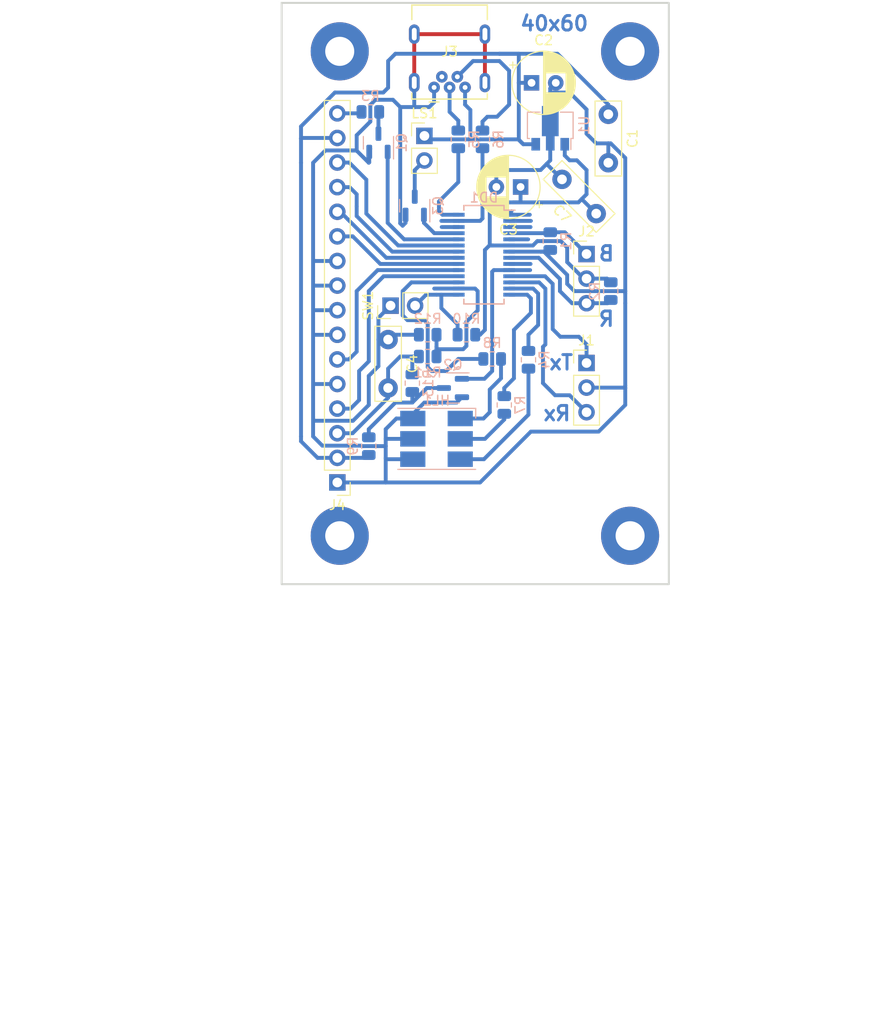
<source format=kicad_pcb>
(kicad_pcb (version 20221018) (generator pcbnew)
  (layers (0 "F.Cu" signal) (31 "B.Cu" signal) (34 "B.Paste" user) (35 "F.Paste" user) (36 "B.SilkS" user "B.Silkscreen") (37 "F.SilkS" user "F.Silkscreen") (38 "B.Mask" user) (39 "F.Mask" user) (44 "Edge.Cuts" user))
  (net 0 "")
  (net 1 "+5V")
  (net 2 "GNDD")
  (net 3 "VCC")
  (net 4 "unconnected-(DD1-PA14-Pad1)")
  (net 5 "unconnected-(DD1-PB6-Pad2)")
  (net 6 "unconnected-(DD1-PB7-Pad3)")
  (net 7 "Net-(DD1-Boot0)")
  (net 8 "unconnected-(DD1-PB8-Pad5)")
  (net 9 "Net-(DD1-NRST)")
  (net 10 "unconnected-(DD1-PA0-Pad9)")
  (net 11 "Net-(DD1-PA2)")
  (net 12 "Net-(DD1-PA3)")
  (net 13 "Net-(DD1-PA5)")
  (net 14 "unconnected-(DD1-PA10-Pad26)")
  (net 15 "Net-(DD1-PA11)")
  (net 16 "Net-(DD1-PA12{slash}PA13)")
  (net 17 "Net-(J3-D-)")
  (net 18 "Net-(J3-D+)")
  (net 20 "/VO")
  (net 21 "/RS")
  (net 22 "/E")
  (net 23 "/D4")
  (net 24 "/D5")
  (net 25 "/D6")
  (net 26 "/D7")
  (net 27 "/BLK")
  (net 28 "Net-(Q1-D)")
  (net 29 "Net-(DD1-PA6)")
  (net 30 "Net-(DD1-PB0)")
  (net 31 "Net-(DD1-PA7)")
  (net 32 "Net-(HL1-GA)")
  (net 33 "Net-(HL1-RA)")
  (net 34 "Net-(HL1-BA)")
  (net 35 "Net-(DD1-PA1)")
  (net 36 "Net-(DD1-PA8)")
  (net 37 "Net-(DD1-PA4)")
  (net 38 "Net-(DD1-PA9)")
  (net 39 "Net-(Q3-D)")
  (net 40 "Net-(Q2-D)")
  (footprint "Capacitor_THT:CP_Radial_D6.3mm_P2.50mm" (layer "F.Cu") (at 79.817621 28.25)
    (fp_text reference "C2" (at 1.25 -4.4) (layer "F.SilkS"))
    (fp_text value "47.0")
    (pad "1" thru_hole rect (at 0 0) (size 1.6 1.6) (drill 0.8) (layers "*.Cu" "*.Mask") (net 1 "+5V"))
    (pad "2" thru_hole circle (at 2.5 0) (size 1.6 1.6) (drill 0.8) (layers "*.Cu" "*.Mask") (net 2 "GNDD"))
  )
  (footprint "Capacitor_THT:C_Disc_D7.5mm_W2.5mm_P5.00mm" (layer "F.Cu") (at 65 54.75 -90)
    (fp_text reference "C4" (at 2.5 -2.5 90) (layer "F.SilkS"))
    (fp_text value "1.0")
    (pad "1" thru_hole circle (at 0 0 270) (size 2 2) (drill 1) (layers "*.Cu" "*.Mask") (net 2 "GNDD"))
    (pad "2" thru_hole circle (at 5 0 270) (size 2 2) (drill 1) (layers "*.Cu" "*.Mask") (net 20 "/VO"))
  )
  (footprint "Connector_PinHeader_2.54mm:PinHeader_1x03_P2.54mm_Vertical" (layer "F.Cu") (at 85.5 45.92)
    (fp_text reference "J2" (at 0 -2.33) (layer "F.SilkS"))
    (fp_text value "BRST")
    (pad "1" thru_hole rect (at 0 0) (size 1.7 1.7) (drill 1) (layers "*.Cu" "*.Mask") (net 7 "Net-(DD1-Boot0)"))
    (pad "2" thru_hole oval (at 0 2.54) (size 1.7 1.7) (drill 1) (layers "*.Cu" "*.Mask") (net 3 "VCC"))
    (pad "3" thru_hole oval (at 0 5.08) (size 1.7 1.7) (drill 1) (layers "*.Cu" "*.Mask") (net 9 "Net-(DD1-NRST)"))
  )
  (footprint "Connector_PinHeader_2.54mm:PinHeader_1x16_P2.54mm_Vertical" (layer "F.Cu") (at 59.75 69.5 180)
    (fp_text reference "J4" (at 0 -2.33) (layer "F.SilkS"))
    (fp_text value "Conn_01x16")
    (pad "1" thru_hole rect (at 0 0 180) (size 1.7 1.7) (drill 1) (layers "*.Cu" "*.Mask") (net 2 "GNDD"))
    (pad "2" thru_hole oval (at 0 2.54 180) (size 1.7 1.7) (drill 1) (layers "*.Cu" "*.Mask") (net 1 "+5V"))
    (pad "3" thru_hole oval (at 0 5.08 180) (size 1.7 1.7) (drill 1) (layers "*.Cu" "*.Mask") (net 20 "/VO"))
    (pad "4" thru_hole oval (at 0 7.62 180) (size 1.7 1.7) (drill 1) (layers "*.Cu" "*.Mask") (net 21 "/RS"))
    (pad "5" thru_hole oval (at 0 10.16 180) (size 1.7 1.7) (drill 1) (layers "*.Cu" "*.Mask") (net 2 "GNDD"))
    (pad "6" thru_hole oval (at 0 12.7 180) (size 1.7 1.7) (drill 1) (layers "*.Cu" "*.Mask") (net 22 "/E"))
    (pad "7" thru_hole oval (at 0 15.24 180) (size 1.7 1.7) (drill 1) (layers "*.Cu" "*.Mask") (net 2 "GNDD"))
    (pad "8" thru_hole oval (at 0 17.78 180) (size 1.7 1.7) (drill 1) (layers "*.Cu" "*.Mask") (net 2 "GNDD"))
    (pad "9" thru_hole oval (at 0 20.32 180) (size 1.7 1.7) (drill 1) (layers "*.Cu" "*.Mask") (net 2 "GNDD"))
    (pad "10" thru_hole oval (at 0 22.86 180) (size 1.7 1.7) (drill 1) (layers "*.Cu" "*.Mask") (net 2 "GNDD"))
    (pad "11" thru_hole oval (at 0 25.4 180) (size 1.7 1.7) (drill 1) (layers "*.Cu" "*.Mask") (net 23 "/D4"))
    (pad "12" thru_hole oval (at 0 27.94 180) (size 1.7 1.7) (drill 1) (layers "*.Cu" "*.Mask") (net 24 "/D5"))
    (pad "13" thru_hole oval (at 0 30.48 180) (size 1.7 1.7) (drill 1) (layers "*.Cu" "*.Mask") (net 25 "/D6"))
    (pad "14" thru_hole oval (at 0 33.02 180) (size 1.7 1.7) (drill 1) (layers "*.Cu" "*.Mask") (net 26 "/D7"))
    (pad "15" thru_hole oval (at 0 35.56 180) (size 1.7 1.7) (drill 1) (layers "*.Cu" "*.Mask") (net 1 "+5V"))
    (pad "16" thru_hole oval (at 0 38.1 180) (size 1.7 1.7) (drill 1) (layers "*.Cu" "*.Mask") (net 27 "/BLK"))
  )
  (footprint "Connector_PinHeader_2.54mm:PinHeader_1x02_P2.54mm_Vertical" (layer "F.Cu") (at 65.25 51.25 90)
    (fp_text reference "SW1" (at 0 -2.33 90) (layer "F.SilkS"))
    (fp_text value "SW_Omron_B3FS")
    (pad "1" thru_hole rect (at 0 0 90) (size 1.7 1.7) (drill 1) (layers "*.Cu" "*.Mask") (net 2 "GNDD"))
    (pad "2" thru_hole oval (at 0 2.54 90) (size 1.7 1.7) (drill 1) (layers "*.Cu" "*.Mask") (net 37 "Net-(DD1-PA4)"))
  )
  (footprint "Connector_PinHeader_2.54mm:PinHeader_1x02_P2.54mm_Vertical" (layer "F.Cu") (at 68.75 33.725)
    (fp_text reference "LS1" (at 0 -2.33) (layer "F.SilkS"))
    (fp_text value "Speaker")
    (pad "1" thru_hole rect (at 0 0) (size 1.7 1.7) (drill 1) (layers "*.Cu" "*.Mask") (net 1 "+5V"))
    (pad "2" thru_hole oval (at 0 2.54) (size 1.7 1.7) (drill 1) (layers "*.Cu" "*.Mask") (net 39 "Net-(Q3-D)"))
  )
  (footprint "userlib:USB-mini" (layer "F.Cu") (at 69.75 28.725)
    (fp_text reference "J3" (at 1.6 -3.7) (layer "F.SilkS"))
    (fp_text value "USBD")
    (pad "1" thru_hole circle (at 3.2 0) (size 1.2 1.2) (drill 0.5) (layers "*.Cu" "*.Mask") (net 1 "+5V"))
    (pad "2" thru_hole circle (at 2.4 -1.1) (size 1.2 1.2) (drill 0.5) (layers "*.Cu" "*.Mask") (net 17 "Net-(J3-D-)"))
    (pad "3" thru_hole circle (at 1.6 0) (size 1.2 1.2) (drill 0.5) (layers "*.Cu" "*.Mask") (net 18 "Net-(J3-D+)"))
    (pad "4" thru_hole circle (at 0.8 -1.1) (size 1.2 1.2) (drill 0.5) (layers "*.Cu" "*.Mask"))
    (pad "5" thru_hole circle (at 0 0 90) (size 1.2 1.2) (drill 0.5) (layers "*.Cu" "*.Mask") (net 2 "GNDD"))
    (pad "6" thru_hole oval (at -2.05 -5.5) (size 1.1 2) (drill oval 0.5 1.3) (layers "*.Cu" "*.Mask") (net 2 "GNDD"))
    (pad "6" thru_hole oval (at -2.05 -0.5) (size 1.1 2) (drill oval 0.5 1.3) (layers "*.Cu" "*.Mask") (net 2 "GNDD"))
    (pad "6" thru_hole oval (at 5.25 -5.5) (size 1.1 2) (drill oval 0.5 1.3) (layers "*.Cu" "*.Mask") (net 2 "GNDD"))
    (pad "6" thru_hole oval (at 5.25 -0.5) (size 1.1 2) (drill oval 0.5 1.3) (layers "*.Cu" "*.Mask") (net 2 "GNDD"))
  )
  (footprint "Capacitor_THT:C_Disc_D7.5mm_W2.5mm_P5.00mm" (layer "F.Cu") (at 87.75 31.5 -90)
    (fp_text reference "C1" (at 2.5 -2.5 90) (layer "F.SilkS"))
    (fp_text value "1.0")
    (pad "1" thru_hole circle (at 0 0 270) (size 2 2) (drill 1) (layers "*.Cu" "*.Mask") (net 1 "+5V"))
    (pad "2" thru_hole circle (at 5 0 270) (size 2 2) (drill 1) (layers "*.Cu" "*.Mask") (net 2 "GNDD"))
  )
  (footprint "Capacitor_THT:CP_Radial_D6.3mm_P2.50mm" (layer "F.Cu") (at 78.68238 39 180)
    (fp_text reference "C3" (at 1.25 -4.4) (layer "F.SilkS"))
    (fp_text value "47.0")
    (pad "1" thru_hole rect (at 0 0 180) (size 1.6 1.6) (drill 0.8) (layers "*.Cu" "*.Mask") (net 3 "VCC"))
    (pad "2" thru_hole circle (at 2.5 0 180) (size 1.6 1.6) (drill 0.8) (layers "*.Cu" "*.Mask") (net 2 "GNDD"))
  )
  (footprint "Capacitor_THT:C_Disc_D7.5mm_W2.5mm_P5.00mm" (layer "F.Cu") (at 86.5 41.75 135)
    (fp_text reference "C7" (at 2.5 -2.5 135) (layer "F.SilkS"))
    (fp_text value "1.0")
    (pad "1" thru_hole circle (at 0 0 135) (size 2 2) (drill 1) (layers "*.Cu" "*.Mask") (net 3 "VCC"))
    (pad "2" thru_hole circle (at 5 0 135) (size 2 2) (drill 1) (layers "*.Cu" "*.Mask") (net 2 "GNDD"))
  )
  (footprint "Connector_PinHeader_2.54mm:PinHeader_1x03_P2.54mm_Vertical" (layer "F.Cu") (at 85.5 57.17)
    (fp_text reference "J1" (at 0 -2.33) (layer "F.SilkS"))
    (fp_text value "UART2")
    (pad "1" thru_hole rect (at 0 0) (size 1.7 1.7) (drill 1) (layers "*.Cu" "*.Mask") (net 11 "Net-(DD1-PA2)"))
    (pad "2" thru_hole oval (at 0 2.54) (size 1.7 1.7) (drill 1) (layers "*.Cu" "*.Mask") (net 2 "GNDD"))
    (pad "3" thru_hole oval (at 0 5.08) (size 1.7 1.7) (drill 1) (layers "*.Cu" "*.Mask") (net 12 "Net-(DD1-PA3)"))
  )
  (footprint "Resistor_SMD:R_0805_2012Metric" (layer "B.Cu") (at 69.0875 56.5)
    (fp_text reference "R11" (at 0 1.65) (layer "B.SilkS") (effects (justify mirror)))
    (fp_text value "R")
    (pad "1" smd roundrect (at -0.9125 0) (size 1.025 1.4) (layers "B.Cu" "B.Paste" "B.Mask") (roundrect_rratio 0.243902439) (net 20 "/VO"))
    (pad "2" smd roundrect (at 0.9125 0) (size 1.025 1.4) (layers "B.Cu" "B.Paste" "B.Mask") (roundrect_rratio 0.243902439) (net 13 "Net-(DD1-PA5)"))
  )
  (footprint "Package_SO:SSOP-28_3.9x9.9mm_P0.635mm" (layer "B.Cu") (at 74.9 45.9925 180)
    (fp_text reference "DD1" (at 0 5.9) (layer "B.SilkS") (effects (justify mirror)))
    (fp_text value "CH32V203G8")
    (pad "1" smd rect (at -2.6 4.1275 180) (size 1.2 0.4) (layers "B.Cu" "B.Paste" "B.Mask") (net 4 "unconnected-(DD1-PA14-Pad1)"))
    (pad "2" smd rect (at -2.6 3.4925 180) (size 1.2 0.4) (layers "B.Cu" "B.Paste" "B.Mask") (net 5 "unconnected-(DD1-PB6-Pad2)"))
    (pad "3" smd rect (at -2.6 2.8575 180) (size 1.2 0.4) (layers "B.Cu" "B.Paste" "B.Mask") (net 6 "unconnected-(DD1-PB7-Pad3)"))
    (pad "4" smd rect (at -2.6 2.2225 180) (size 1.2 0.4) (layers "B.Cu" "B.Paste" "B.Mask") (net 7 "Net-(DD1-Boot0)"))
    (pad "5" smd rect (at -2.6 1.5875 180) (size 1.2 0.4) (layers "B.Cu" "B.Paste" "B.Mask") (net 8 "unconnected-(DD1-PB8-Pad5)"))
    (pad "6" smd rect (at -2.6 0.9525 180) (size 1.2 0.4) (layers "B.Cu" "B.Paste" "B.Mask") (net 3 "VCC"))
    (pad "7" smd rect (at -2.6 0.3175 180) (size 1.2 0.4) (layers "B.Cu" "B.Paste" "B.Mask") (net 2 "GNDD"))
    (pad "8" smd rect (at -2.6 -0.3175 180) (size 1.2 0.4) (layers "B.Cu" "B.Paste" "B.Mask") (net 9 "Net-(DD1-NRST)"))
    (pad "9" smd rect (at -2.6 -0.9525 180) (size 1.2 0.4) (layers "B.Cu" "B.Paste" "B.Mask") (net 10 "unconnected-(DD1-PA0-Pad9)"))
    (pad "10" smd rect (at -2.6 -1.5875 180) (size 1.2 0.4) (layers "B.Cu" "B.Paste" "B.Mask") (net 35 "Net-(DD1-PA1)"))
    (pad "11" smd rect (at -2.6 -2.2225 180) (size 1.2 0.4) (layers "B.Cu" "B.Paste" "B.Mask") (net 11 "Net-(DD1-PA2)"))
    (pad "12" smd rect (at -2.6 -2.8575 180) (size 1.2 0.4) (layers "B.Cu" "B.Paste" "B.Mask") (net 12 "Net-(DD1-PA3)"))
    (pad "13" smd rect (at -2.6 -3.4925 180) (size 1.2 0.4) (layers "B.Cu" "B.Paste" "B.Mask") (net 29 "Net-(DD1-PA6)"))
    (pad "14" smd rect (at -2.6 -4.1275 180) (size 1.2 0.4) (layers "B.Cu" "B.Paste" "B.Mask") (net 30 "Net-(DD1-PB0)"))
    (pad "15" smd rect (at 2.6 -4.1275 180) (size 1.2 0.4) (layers "B.Cu" "B.Paste" "B.Mask") (net 37 "Net-(DD1-PA4)"))
    (pad "16" smd rect (at 2.6 -3.4925 180) (size 1.2 0.4) (layers "B.Cu" "B.Paste" "B.Mask") (net 13 "Net-(DD1-PA5)"))
    (pad "17" smd rect (at 2.6 -2.8575 180) (size 1.2 0.4) (layers "B.Cu" "B.Paste" "B.Mask") (net 31 "Net-(DD1-PA7)"))
    (pad "18" smd rect (at 2.6 -2.2225 180) (size 1.2 0.4) (layers "B.Cu" "B.Paste" "B.Mask") (net 21 "/RS"))
    (pad "19" smd rect (at 2.6 -1.5875 180) (size 1.2 0.4) (layers "B.Cu" "B.Paste" "B.Mask") (net 22 "/E"))
    (pad "20" smd rect (at 2.6 -0.9525 180) (size 1.2 0.4) (layers "B.Cu" "B.Paste" "B.Mask") (net 23 "/D4"))
    (pad "21" smd rect (at 2.6 -0.3175 180) (size 1.2 0.4) (layers "B.Cu" "B.Paste" "B.Mask") (net 24 "/D5"))
    (pad "22" smd rect (at 2.6 0.3175 180) (size 1.2 0.4) (layers "B.Cu" "B.Paste" "B.Mask") (net 25 "/D6"))
    (pad "23" smd rect (at 2.6 0.9525 180) (size 1.2 0.4) (layers "B.Cu" "B.Paste" "B.Mask") (net 26 "/D7"))
    (pad "24" smd rect (at 2.6 1.5875 180) (size 1.2 0.4) (layers "B.Cu" "B.Paste" "B.Mask") (net 36 "Net-(DD1-PA8)"))
    (pad "25" smd rect (at 2.6 2.2225 180) (size 1.2 0.4) (layers "B.Cu" "B.Paste" "B.Mask") (net 38 "Net-(DD1-PA9)"))
    (pad "26" smd rect (at 2.6 2.8575 180) (size 1.2 0.4) (layers "B.Cu" "B.Paste" "B.Mask") (net 14 "unconnected-(DD1-PA10-Pad26)"))
    (pad "27" smd rect (at 2.6 3.4925 180) (size 1.2 0.4) (layers "B.Cu" "B.Paste" "B.Mask") (net 15 "Net-(DD1-PA11)"))
    (pad "28" smd rect (at 2.6 4.1275 180) (size 1.2 0.4) (layers "B.Cu" "B.Paste" "B.Mask") (net 16 "Net-(DD1-PA12{slash}PA13)"))
  )
  (footprint "Resistor_SMD:R_0805_2012Metric" (layer "B.Cu") (at 75.75 56.75 180)
    (fp_text reference "R8" (at 0 1.65) (layer "B.SilkS") (effects (justify mirror)))
    (fp_text value "R")
    (pad "1" smd roundrect (at -0.9125 0 180) (size 1.025 1.4) (layers "B.Cu" "B.Paste" "B.Mask") (roundrect_rratio 0.243902439) (net 34 "Net-(HL1-BA)"))
    (pad "2" smd roundrect (at 0.9125 0 180) (size 1.025 1.4) (layers "B.Cu" "B.Paste" "B.Mask") (roundrect_rratio 0.243902439) (net 31 "Net-(DD1-PA7)"))
  )
  (footprint "Resistor_SMD:R_0805_2012Metric" (layer "B.Cu") (at 81.75 44.5875 90)
    (fp_text reference "R1" (at 0 1.65 90) (layer "B.SilkS") (effects (justify mirror)))
    (fp_text value "R")
    (pad "1" smd roundrect (at -0.9125 0 90) (size 1.025 1.4) (layers "B.Cu" "B.Paste" "B.Mask") (roundrect_rratio 0.243902439) (net 2 "GNDD"))
    (pad "2" smd roundrect (at 0.9125 0 90) (size 1.025 1.4) (layers "B.Cu" "B.Paste" "B.Mask") (roundrect_rratio 0.243902439) (net 7 "Net-(DD1-Boot0)"))
  )
  (footprint "Resistor_SMD:R_0805_2012Metric" (layer "B.Cu") (at 63 65.75 -90)
    (fp_text reference "R9" (at 0 1.65 90) (layer "B.SilkS") (effects (justify mirror)))
    (fp_text value "1k")
    (pad "1" smd roundrect (at -0.9125 0 270) (size 1.025 1.4) (layers "B.Cu" "B.Paste" "B.Mask") (roundrect_rratio 0.243902439) (net 40 "Net-(Q2-D)"))
    (pad "2" smd roundrect (at 0.9125 0 270) (size 1.025 1.4) (layers "B.Cu" "B.Paste" "B.Mask") (roundrect_rratio 0.243902439) (net 1 "+5V"))
  )
  (footprint "Resistor_SMD:R_0805_2012Metric" (layer "B.Cu") (at 77 61.5 90)
    (fp_text reference "R7" (at 0 1.65 90) (layer "B.SilkS") (effects (justify mirror)))
    (fp_text value "R")
    (pad "1" smd roundrect (at -0.9125 0 90) (size 1.025 1.4) (layers "B.Cu" "B.Paste" "B.Mask") (roundrect_rratio 0.243902439) (net 33 "Net-(HL1-RA)"))
    (pad "2" smd roundrect (at 0.9125 0 90) (size 1.025 1.4) (layers "B.Cu" "B.Paste" "B.Mask") (roundrect_rratio 0.243902439) (net 30 "Net-(DD1-PB0)"))
  )
  (footprint "Resistor_SMD:R_0805_2012Metric" (layer "B.Cu") (at 73.0875 54.25 180)
    (fp_text reference "R10" (at 0 1.65) (layer "B.SilkS") (effects (justify mirror)))
    (fp_text value "R")
    (pad "1" smd roundrect (at -0.9125 0 180) (size 1.025 1.4) (layers "B.Cu" "B.Paste" "B.Mask") (roundrect_rratio 0.243902439) (net 3 "VCC"))
    (pad "2" smd roundrect (at 0.9125 0 180) (size 1.025 1.4) (layers "B.Cu" "B.Paste" "B.Mask") (roundrect_rratio 0.243902439) (net 37 "Net-(DD1-PA4)"))
  )
  (footprint "Package_TO_SOT_SMD:SOT-89-3" (layer "B.Cu") (at 81.75 32.6375 90)
    (fp_text reference "U1" (at 0 3.5 90) (layer "B.SilkS") (effects (justify mirror)))
    (fp_text value "L78L33_SOT89")
    (pad "1" smd rect (at -1.95 1.5 90) (size 1.3 0.9) (layers "B.Cu" "B.Paste" "B.Mask") (net 3 "VCC"))
    (pad "2" smd custom (at -1.8625 0 90) (size 1.475 0.9) (layers "B.Cu" "B.Paste" "B.Mask") (net 2 "GNDD") (options (clearance outline) (anchor rect)) (primitives (gr_poly (pts (xy 3.8625 -0.8665) (xy 0.7375 -0.8665) (xy 0.7375 0.8665) (xy 3.8625 0.8665)) (width 0) (fill yes))))
    (pad "3" smd rect (at -1.95 -1.5 90) (size 1.3 0.9) (layers "B.Cu" "B.Paste" "B.Mask") (net 1 "+5V"))
  )
  (footprint "Resistor_SMD:R_0805_2012Metric" (layer "B.Cu") (at 74.75 34.0875 90)
    (fp_text reference "R6" (at 0 1.65 90) (layer "B.SilkS") (effects (justify mirror)))
    (fp_text value "R")
    (pad "1" smd roundrect (at -0.9125 0 90) (size 1.025 1.4) (layers "B.Cu" "B.Paste" "B.Mask") (roundrect_rratio 0.243902439) (net 15 "Net-(DD1-PA11)"))
    (pad "2" smd roundrect (at 0.9125 0 90) (size 1.025 1.4) (layers "B.Cu" "B.Paste" "B.Mask") (roundrect_rratio 0.243902439) (net 17 "Net-(J3-D-)"))
  )
  (footprint "Resistor_SMD:R_0805_2012Metric" (layer "B.Cu") (at 72.25 34.0875 90)
    (fp_text reference "R5" (at 0 1.65 90) (layer "B.SilkS") (effects (justify mirror)))
    (fp_text value "R")
    (pad "1" smd roundrect (at -0.9125 0 90) (size 1.025 1.4) (layers "B.Cu" "B.Paste" "B.Mask") (roundrect_rratio 0.243902439) (net 16 "Net-(DD1-PA12{slash}PA13)"))
    (pad "2" smd roundrect (at 0.9125 0 90) (size 1.025 1.4) (layers "B.Cu" "B.Paste" "B.Mask") (roundrect_rratio 0.243902439) (net 18 "Net-(J3-D+)"))
  )
  (footprint "Resistor_SMD:R_0805_2012Metric" (layer "B.Cu") (at 79.5 56.8375 90)
    (fp_text reference "R4" (at 0 1.65 90) (layer "B.SilkS") (effects (justify mirror)))
    (fp_text value "R")
    (pad "1" smd roundrect (at -0.9125 0 90) (size 1.025 1.4) (layers "B.Cu" "B.Paste" "B.Mask") (roundrect_rratio 0.243902439) (net 32 "Net-(HL1-GA)"))
    (pad "2" smd roundrect (at 0.9125 0 90) (size 1.025 1.4) (layers "B.Cu" "B.Paste" "B.Mask") (roundrect_rratio 0.243902439) (net 29 "Net-(DD1-PA6)"))
  )
  (footprint "Package_TO_SOT_SMD:SOT-23" (layer "B.Cu") (at 64 34.4375 90)
    (fp_text reference "Q1" (at 0 2.4 90) (layer "B.SilkS") (effects (justify mirror)))
    (fp_text value "IRLML0030")
    (pad "1" smd roundrect (at -0.9375 0.95 90) (size 1.475 0.6) (layers "B.Cu" "B.Paste" "B.Mask") (net 36 "Net-(DD1-PA8)"))
    (pad "2" smd roundrect (at -0.9375 -0.95 90) (size 1.475 0.6) (layers "B.Cu" "B.Paste" "B.Mask") (net 2 "GNDD"))
    (pad "3" smd roundrect (at 0.9375 0 90) (size 1.475 0.6) (layers "B.Cu" "B.Paste" "B.Mask") (net 28 "Net-(Q1-D)"))
  )
  (footprint "Package_TO_SOT_SMD:SOT-23" (layer "B.Cu") (at 71.6875 59.75 180)
    (fp_text reference "Q2" (at 0 2.4) (layer "B.SilkS") (effects (justify mirror)))
    (fp_text value "IRLML0030")
    (pad "1" smd roundrect (at -0.9375 0.95 180) (size 1.475 0.6) (layers "B.Cu" "B.Paste" "B.Mask") (net 35 "Net-(DD1-PA1)"))
    (pad "2" smd roundrect (at -0.9375 -0.95 180) (size 1.475 0.6) (layers "B.Cu" "B.Paste" "B.Mask") (net 2 "GNDD"))
    (pad "3" smd roundrect (at 0.9375 0 180) (size 1.475 0.6) (layers "B.Cu" "B.Paste" "B.Mask") (net 40 "Net-(Q2-D)"))
  )
  (footprint "Resistor_SMD:R_0805_2012Metric" (layer "B.Cu") (at 67.5 59.25 90)
    (fp_text reference "R13" (at 0 1.65 90) (layer "B.SilkS") (effects (justify mirror)))
    (fp_text value "10k")
    (pad "1" smd roundrect (at -0.9125 0 90) (size 1.025 1.4) (layers "B.Cu" "B.Paste" "B.Mask") (roundrect_rratio 0.243902439) (net 40 "Net-(Q2-D)"))
    (pad "2" smd roundrect (at 0.9125 0 90) (size 1.025 1.4) (layers "B.Cu" "B.Paste" "B.Mask") (roundrect_rratio 0.243902439) (net 20 "/VO"))
  )
  (footprint "Resistor_SMD:R_0805_2012Metric" (layer "B.Cu") (at 88 49.75 -90)
    (fp_text reference "R2" (at 0 1.65 90) (layer "B.SilkS") (effects (justify mirror)))
    (fp_text value "R")
    (pad "1" smd roundrect (at -0.9125 0 270) (size 1.025 1.4) (layers "B.Cu" "B.Paste" "B.Mask") (roundrect_rratio 0.243902439) (net 3 "VCC"))
    (pad "2" smd roundrect (at 0.9125 0 270) (size 1.025 1.4) (layers "B.Cu" "B.Paste" "B.Mask") (roundrect_rratio 0.243902439) (net 9 "Net-(DD1-NRST)"))
  )
  (footprint "Resistor_SMD:R_0805_2012Metric" (layer "B.Cu") (at 69.0875 54.25 180)
    (fp_text reference "R12" (at 0 1.65) (layer "B.SilkS") (effects (justify mirror)))
    (fp_text value "R")
    (pad "1" smd roundrect (at -0.9125 0 180) (size 1.025 1.4) (layers "B.Cu" "B.Paste" "B.Mask") (roundrect_rratio 0.243902439) (net 13 "Net-(DD1-PA5)"))
    (pad "2" smd roundrect (at 0.9125 0 180) (size 1.025 1.4) (layers "B.Cu" "B.Paste" "B.Mask") (roundrect_rratio 0.243902439) (net 2 "GNDD"))
  )
  (footprint "LED_SMD:LED_RGB_Cree-PLCC-6_6x5mm_P2.1mm" (layer "B.Cu") (at 70 65 180)
    (fp_text reference "HL1" (at 0 3.95) (layer "B.SilkS") (effects (justify mirror)))
    (fp_text value "SMLVN6RGB")
    (pad "1" smd rect (at -2.45 2.1 180) (size 2.6 1.6) (layers "B.Cu" "B.Paste" "B.Mask") (net 34 "Net-(HL1-BA)"))
    (pad "2" smd rect (at -2.45 0 180) (size 2.6 1.6) (layers "B.Cu" "B.Paste" "B.Mask") (net 33 "Net-(HL1-RA)"))
    (pad "3" smd rect (at -2.45 -2.1 180) (size 2.6 1.6) (layers "B.Cu" "B.Paste" "B.Mask") (net 32 "Net-(HL1-GA)"))
    (pad "4" smd rect (at 2.45 -2.1 180) (size 2.6 1.6) (layers "B.Cu" "B.Paste" "B.Mask") (net 2 "GNDD"))
    (pad "5" smd rect (at 2.45 0 180) (size 2.6 1.6) (layers "B.Cu" "B.Paste" "B.Mask") (net 2 "GNDD"))
    (pad "6" smd rect (at 2.45 2.1 180) (size 2.6 1.6) (layers "B.Cu" "B.Paste" "B.Mask") (net 2 "GNDD"))
  )
  (footprint "Resistor_SMD:R_0805_2012Metric" (layer "B.Cu") (at 63.1625 31.25 180)
    (fp_text reference "R3" (at 0 1.65) (layer "B.SilkS") (effects (justify mirror)))
    (fp_text value "R")
    (pad "1" smd roundrect (at -0.9125 0 180) (size 1.025 1.4) (layers "B.Cu" "B.Paste" "B.Mask") (roundrect_rratio 0.243902439) (net 28 "Net-(Q1-D)"))
    (pad "2" smd roundrect (at 0.9125 0 180) (size 1.025 1.4) (layers "B.Cu" "B.Paste" "B.Mask") (roundrect_rratio 0.243902439) (net 27 "/BLK"))
  )
  (footprint "Package_TO_SOT_SMD:SOT-23" (layer "B.Cu") (at 67.75 40.9375 90)
    (fp_text reference "Q3" (at 0 2.4 90) (layer "B.SilkS") (effects (justify mirror)))
    (fp_text value "IRLML0030")
    (pad "1" smd roundrect (at -0.9375 0.95 90) (size 1.475 0.6) (layers "B.Cu" "B.Paste" "B.Mask") (net 38 "Net-(DD1-PA9)"))
    (pad "2" smd roundrect (at -0.9375 -0.95 90) (size 1.475 0.6) (layers "B.Cu" "B.Paste" "B.Mask") (net 2 "GNDD"))
    (pad "3" smd roundrect (at 0.9375 0 90) (size 1.475 0.6) (layers "B.Cu" "B.Paste" "B.Mask") (net 39 "Net-(Q3-D)"))
  )
  (gr_rect (start 54 20) (end 94 80) (stroke (width 0.2)) (fill none) (layer "Edge.Cuts"))
  (gr_text "R" (at 88.5 53.5) (layer "B.Cu") (effects (font (size 1.5 1.5) (thickness 0.3) bold) (justify left bottom mirror)))
  (gr_text "40x60" (at 78.5 23) (layer "B.Cu") (effects (font (size 1.5 1.5) (thickness 0.3) bold) (justify left bottom)))
  (gr_text "B" (at 88.5 46.75) (layer "B.Cu") (effects (font (size 1.5 1.5) (thickness 0.3) bold) (justify left bottom mirror)))
  (gr_text "Rx" (at 84 63.25) (layer "B.Cu") (effects (font (size 1.5 1.5) (thickness 0.3) bold) (justify left bottom mirror)))
  (gr_text "Tx" (at 84.25 58) (layer "B.Cu") (effects (font (size 1.5 1.5) (thickness 0.3) bold) (justify left bottom mirror)))
  (via (at 60 75) (size 6) (drill 3) (layers "F.Cu" "B.Cu") (net 0))
  (via (at 60 25) (size 6) (drill 3) (layers "F.Cu" "B.Cu") (net 0))
  (via (at 90 75) (size 6) (drill 3) (layers "F.Cu" "B.Cu") (net 0))
  (via (at 90 25) (size 6) (drill 3) (layers "F.Cu" "B.Cu") (net 0))
  (segment (start 65.75 25.25) (end 76.5 25.25) (width 0.4) (layer "B.Cu") (net 1))
  (segment (start 56 65.25) (end 57.71 66.96) (width 0.4) (layer "B.Cu") (net 1))
  (segment (start 65 26) (end 65.75 25.25) (width 0.4) (layer "B.Cu") (net 1))
  (segment (start 73.5 34.0875) (end 73.5 31.05) (width 0.4) (layer "B.Cu") (net 1))
  (segment (start 56 64.75) (end 56 65.25) (width 0.4) (layer "B.Cu") (net 1))
  (segment (start 78.8125 34.4375) (end 78.4625 34.0875) (width 0.4) (layer "B.Cu") (net 1))
  (segment (start 78.5 25.25) (end 78.5 28.25) (width 0.4) (layer "B.Cu") (net 1))
  (segment (start 56 34) (end 56 32.75) (width 0.4) (layer "B.Cu") (net 1))
  (segment (start 65 28.75) (end 65 26) (width 0.4) (layer "B.Cu") (net 1))
  (segment (start 78.9625 34.5875) (end 80.25 34.5875) (width 0.4) (layer "B.Cu") (net 1))
  (segment (start 59.5 29.25) (end 64.5 29.25) (width 0.4) (layer "B.Cu") (net 1))
  (segment (start 82.5 25.25) (end 86.5 29.25) (width 0.4) (layer "B.Cu") (net 1))
  (segment (start 78.5 28.25) (end 78.5 34.125) (width 0.4) (layer "B.Cu") (net 1))
  (segment (start 57.71 66.96) (end 59.75 66.96) (width 0.4) (layer "B.Cu") (net 1))
  (segment (start 59.75 66.96) (end 62.4525 66.96) (width 0.4) (layer "B.Cu") (net 1))
  (segment (start 78.8125 34.4375) (end 78.9625 34.5875) (width 0.4) (layer "B.Cu") (net 1))
  (segment (start 73.5 31.05) (end 72.95 30.5) (width 0.4) (layer "B.Cu") (net 1))
  (segment (start 79.817621 28.25) (end 78.5 28.25) (width 0.4) (layer "B.Cu") (net 1))
  (segment (start 72.95 30.5) (end 72.95 28.725) (width 0.4) (layer "B.Cu") (net 1))
  (segment (start 87.75 30.5) (end 87.75 31.5) (width 0.4) (layer "B.Cu") (net 1))
  (segment (start 62.4525 66.96) (end 62.75 66.6625) (width 0.4) (layer "B.Cu") (net 1))
  (segment (start 76.5 25.25) (end 82.5 25.25) (width 0.4) (layer "B.Cu") (net 1))
  (segment (start 56.06 33.94) (end 56 34) (width 0.4) (layer "B.Cu") (net 1))
  (segment (start 69.1125 34.0875) (end 68.75 33.725) (width 0.4) (layer "B.Cu") (net 1))
  (segment (start 59.75 33.94) (end 56.06 33.94) (width 0.4) (layer "B.Cu") (net 1))
  (segment (start 74.5 34.0875) (end 69.1125 34.0875) (width 0.4) (layer "B.Cu") (net 1))
  (segment (start 64.5 29.25) (end 65 28.75) (width 0.4) (layer "B.Cu") (net 1))
  (segment (start 78.4625 34.0875) (end 74.5 34.0875) (width 0.4) (layer "B.Cu") (net 1))
  (segment (start 56 36.5) (end 56 34) (width 0.4) (layer "B.Cu") (net 1))
  (segment (start 74.5 34.0875) (end 73.5 34.0875) (width 0.4) (layer "B.Cu") (net 1))
  (segment (start 56 32.75) (end 59.5 29.25) (width 0.4) (layer "B.Cu") (net 1))
  (segment (start 76.5 25.25) (end 78.5 25.25) (width 0.4) (layer "B.Cu") (net 1))
  (segment (start 86.5 29.25) (end 87.75 30.5) (width 0.4) (layer "B.Cu") (net 1))
  (segment (start 78.5 34.125) (end 78.8125 34.4375) (width 0.4) (layer "B.Cu") (net 1))
  (segment (start 56 36.5) (end 56 64.75) (width 0.4) (layer "B.Cu") (net 1))
  (segment (start 67.7 28.225) (end 67.7 23.225) (width 0.4) (layer "F.Cu") (net 2))
  (segment (start 67.7 23.225) (end 75 23.225) (width 0.4) (layer "F.Cu") (net 2))
  (segment (start 75 23.225) (end 75 28.225) (width 0.4) (layer "F.Cu") (net 2))
  (segment (start 63.686334 30) (end 65.5 30) (width 0.4) (layer "B.Cu") (net 2))
  (segment (start 89.46 59.71) (end 89.5 59.75) (width 0.4) (layer "B.Cu") (net 2))
  (segment (start 68.75 61.25) (end 67.55 62.45) (width 0.4) (layer "B.Cu") (net 2))
  (segment (start 81.575 45.675) (end 81.75 45.5) (width 0.4) (layer "B.Cu") (net 2))
  (segment (start 57.25 63) (end 57.38 63.13) (width 0.4) (layer "B.Cu") (net 2))
  (segment (start 64.75 69.5) (end 74.5 69.5) (width 0.4) (layer "B.Cu") (net 2))
  (segment (start 57.32 49.18) (end 57.25 49.25) (width 0.4) (layer "B.Cu") (net 2))
  (segment (start 83.5 49) (end 84.25 49.75) (width 0.4) (layer "B.Cu") (net 2))
  (segment (start 59.75 59.34) (end 57.34 59.34) (width 0.4) (layer "B.Cu") (net 2))
  (segment (start 82.964466 38.214466) (end 81.375 36.625) (width 0.4) (layer "B.Cu") (net 2))
  (segment (start 89.5 59.5) (end 89.5 59.75) (width 0.4) (layer "B.Cu") (net 2))
  (segment (start 85.5 33.5) (end 86.5 34.5) (width 0.4) (layer "B.Cu") (net 2))
  (segment (start 57.39 46.64) (end 57.25 46.5) (width 0.4) (layer "B.Cu") (net 2))
  (segment (start 88 34.5) (end 89.5 36) (width 0.4) (layer "B.Cu") (net 2))
  (segment (start 89.5 51) (end 89.5 50) (width 0.4) (layer "B.Cu") (net 2))
  (segment (start 61.25 35.23) (end 61.73 35.23) (width 0.4) (layer "B.Cu") (net 2))
  (segment (start 69.75 28.725) (end 69.75 30.25) (width 0.4) (layer "B.Cu") (net 2))
  (segment (start 81.375 36.625) (end 81.75 36.25) (width 0.4) (layer "B.Cu") (net 2))
  (segment (start 57.25 36.5) (end 58.52 35.23) (width 0.4) (layer "B.Cu") (net 2))
  (segment (start 88.5 49.75) (end 89.5 49.75) (width 0.4) (layer "B.Cu") (net 2))
  (segment (start 57.25 48.25) (end 57.25 49.25) (width 0.4) (layer "B.Cu") (net 2))
  (segment (start 61.75 35.23) (end 61.75 33.6625) (width 0.4) (layer "B.Cu") (net 2))
  (segment (start 64.75 64) (end 64.75 65) (width 0.4) (layer "B.Cu") (net 2))
  (segment (start 72.075 61.25) (end 68.75 61.25) (width 0.4) (layer "B.Cu") (net 2))
  (segment (start 57.25 49.25) (end 57.25 50) (width 0.4) (layer "B.Cu") (net 2))
  (segment (start 69.75 30.25) (end 69.25 30.75) (width 0.4) (layer "B.Cu") (net 2))
  (segment (start 63 61.5) (end 63 58.5) (width 0.4) (layer "B.Cu") (net 2))
  (segment (start 67.55 62.45) (end 67.55 62.9) (width 0.4) (layer "B.Cu") (net 2))
  (segment (start 66.25 30.75) (end 67.75 30.75) (width 0.4) (layer "B.Cu") (net 2))
  (segment (start 65.5 30) (end 66.25 30.75) (width 0.4) (layer "B.Cu") (net 2))
  (segment (start 81.75 29.25) (end 81.75 28.817621) (width 0.4) (layer "B.Cu") (net 2))
  (segment (start 64 54.75) (end 64 52.5) (width 0.4) (layer "B.Cu") (net 2))
  (segment (start 59.75 51.72) (end 57.28 51.72) (width 0.4) (layer "B.Cu") (net 2))
  (segment (start 57.25 62.75) (end 57.25 64.75) (width 0.4) (layer "B.Cu") (net 2))
  (segment (start 67.55 67.1) (end 64.85 67.1) (width 0.4) (layer "B.Cu") (net 2))
  (segment (start 89.5 61.5) (end 89.5 59.75) (width 0.4) (layer "B.Cu") (net 2))
  (segment (start 69.25 30.75) (end 67.75 30.75) (width 0.4) (layer "B.Cu") (net 2))
  (segment (start 63 36.5) (end 63.05 36.45) (width 0.4) (layer "B.Cu") (net 2))
  (segment (start 76.18238 37.81762) (end 76.75 37.25) (width 0.4) (layer "B.Cu") (net 2))
  (segment (start 62.273834 65.75) (end 64.75 65.75) (width 0.4) (layer "B.Cu") (net 2))
  (segment (start 61.25 35.23) (end 61.75 35.23) (width 0.4) (layer "B.Cu") (net 2))
  (segment (start 61.37 63.13) (end 63 61.5) (width 0.4) (layer "B.Cu") (net 2))
  (segment (start 81.75 28.817621) (end 82.317621 28.25) (width 0.4) (layer "B.Cu") (net 2))
  (segment (start 81.75 29.25) (end 83.75 29.25) (width 0.4) (layer "B.Cu") (net 2))
  (segment (start 57.28 51.72) (end 57.25 51.75) (width 0.4) (layer "B.Cu") (net 2))
  (segment (start 80.75 37.25) (end 81.375 36.625) (width 0.4) (layer "B.Cu") (net 2))
  (segment (start 59.75 49.18) (end 57.32 49.18) (width 0.4) (layer "B.Cu") (net 2))
  (segment (start 74.5 69.5) (end 79.75 64.25) (width 0.4) (layer "B.Cu") (net 2))
  (segment (start 57.25 48.25) (end 57.25 46.5) (width 0.4) (layer "B.Cu") (net 2))
  (segment (start 59.75 54.26) (end 57.26 54.26) (width 0.4) (layer "B.Cu") (net 2))
  (segment (start 64 52.5) (end 65.25 51.25) (width 0.4) (layer "B.Cu") (net 2))
  (segment (start 65.85 62.9) (end 64.75 64) (width 0.4) (layer "B.Cu") (net 2))
  (segment (start 57.26 54.26) (end 57.25 54.25) (width 0.4) (layer "B.Cu") (net 2))
  (segment (start 64 57.5) (end 64 54.75) (width 0.4) (layer "B.Cu") (net 2))
  (segment (start 66.25 30.75) (end 66.25 42.75) (width 0.4) (layer "B.Cu") (net 2))
  (segment (start 85.375 30.875) (end 85.5 31) (width 0.4) (layer "B.Cu") (net 2))
  (segment (start 67.55 62.9) (end 65.85 62.9) (width 0.4) (layer "B.Cu") (net 2))
  (segment (start 64.85 67.1) (end 64.75 67) (width 0.4) (layer "B.Cu") (net 2))
  (segment (start 67.7 30.7) (end 67.75 30.75) (width 0.4) (layer "B.Cu") (net 2))
  (segment (start 57.25 59.25) (end 57.25 60) (width 0.4) (layer "B.Cu") (net 2))
  (segment (start 57.38 63.13) (end 61.37 63.13) (width 0.4) (layer "B.Cu") (net 2))
  (segment (start 72.625 60.7) (end 72.075 61.25) (width 0.4) (layer "B.Cu") (net 2))
  (segment (start 63 58.5) (end 64 57.5) (width 0.4) (layer "B.Cu") (net 2))
  (segment (start 63 35.23) (end 63.1625 35.0675) (width 0.4) (layer "B.Cu") (net 2))
  (segment (start 80.75 45.675) (end 81.099264 45.675) (width 0.4) (layer "B.Cu") (net 2))
  (segment (start 84.25 49.75) (end 88.5 49.75) (width 0.4) (layer "B.Cu") (net 2))
  (segment (start 61.73 35.23) (end 63 36.5) (width 0.4) (layer "B.Cu") (net 2))
  (segment (start 85.5 31) (end 85.5 33.5) (width 0.4) (layer "B.Cu") (net 2))
  (segment (start 86.5 34.5) (end 87.75 34.5) (width 0.4) (layer "B.Cu") (net 2))
  (segment (start 57.25 64.75) (end 58.2 65.7) (width 0.4) (layer "B.Cu") (net 2))
  (segment (start 57.25 46.5) (end 57.25 37.5) (width 0.4) (layer "B.Cu") (net 2))
  (segment (start 57.25 55) (end 57.25 59.25) (width 0.4) (layer "B.Cu") (net 2))
  (segment (start 61.75 33.6625) (end 63.1625 32.25) (width 0.4) (layer "B.Cu") (net 2))
  (segment (start 57.25 62.75) (end 57.25 63) (width 0.4) (layer "B.Cu") (net 2))
  (segment (start 87.75 36.5) (end 87.75 34.5) (width 0.4) (layer "B.Cu") (net 2))
  (segment (start 64.7 65.7) (end 64.75 65.75) (width 0.4) (layer "B.Cu") (net 2))
  (segment (start 64.75 65.75) (end 64.75 67) (width 0.4) (layer "B.Cu") (net 2))
  (segment (start 81.75 34.5) (end 81.75 29.25) (width 0.4) (layer "B.Cu") (net 2))
  (segment (start 58.2 65.7) (end 62.223834 65.7) (width 0.4) (layer "B.Cu") (net 2))
  (segment (start 57.25 52.5) (end 57.25 54.25) (width 0.4) (layer "B.Cu") (net 2))
  (segment (start 81.099264 45.675) (end 83.5 48.075736) (width 0.4) (layer "B.Cu") (net 2))
  (segment (start 65.5 54.25) (end 65 54.75) (width 0.4) (layer "B.Cu") (net 2))
  (segment (start 80.75 45.675) (end 81.575 45.675) (width 0.4) (layer "B.Cu") (net 2))
  (segment (start 87.75 34.5) (end 88 34.5) (width 0.4) (layer "B.Cu") (net 2))
  (segment (start 59.75 46.64) (end 57.39 46.64) (width 0.4) (layer "B.Cu") (net 2))
  (segment (start 85.5 59.71) (end 89.46 59.71) (width 0.4) (layer "B.Cu") (net 2))
  (segment (start 79.75 64.25) (end 86.75 64.25) (width 0.4) (layer "B.Cu") (net 2))
  (segment (start 57.25 37.5) (end 57.25 36.5) (width 0.4) (layer "B.Cu") (net 2))
  (segment (start 76.18238 39) (end 76.18238 37.81762) (width 0.4) (layer "B.Cu") (net 2))
  (segment (start 66.8 42.7) (end 66.8 41.875) (width 0.4) (layer "B.Cu") (net 2))
  (segment (start 89.5 49.75) (end 89.5 50) (width 0.4) (layer "B.Cu") (net 2))
  (segment (start 63.05 36.45) (end 63.05 35.375) (width 0.4) (layer "B.Cu") (net 2))
  (segment (start 89.5 51) (end 89.5 59.5) (width 0.4) (layer "B.Cu") (net 2))
  (segment (start 67.55 65) (end 64.75 65) (width 0.4) (layer "B.Cu") (net 2))
  (segment (start 63.1625 30.523834) (end 63.686334 30) (width 0.4) (layer "B.Cu") (net 2))
  (segment (start 62.223834 65.7) (end 62.273834 65.75) (width 0.4) (layer "B.Cu") (net 2))
  (segment (start 66.25 42.75) (end 66.5 43) (width 0.4) (layer "B.Cu") (net 2))
  (segment (start 57.25 51.75) (end 57.25 52.5) (width 0.4) (layer "B.Cu") (net 2))
  (segment (start 57.25 60) (end 57.25 62.75) (width 0.4) (layer "B.Cu") (net 2))
  (segment (start 77.5 45.675) (end 80.75 45.675) (width 0.4) (layer "B.Cu") (net 2))
  (segment (start 66.5 43) (end 66.8 42.7) (width 0.4) (layer "B.Cu") (net 2))
  (segment (start 86.75 64.25) (end 89.5 61.5) (width 0.4) (layer "B.Cu") (net 2))
  (segment (start 57.25 54.25) (end 57.25 55) (width 0.4) (layer "B.Cu") (net 2))
  (segment (start 76.75 37.25) (end 80.75 37.25) (width 0.4) (layer "B.Cu") (net 2))
  (segment (start 67.7 28.225) (end 67.7 30.7) (width 0.4) (layer "B.Cu") (net 2))
  (segment (start 68.175 54.25) (end 65.5 54.25) (width 0.4) (layer "B.Cu") (net 2))
  (segment (start 58.52 35.23) (end 61.25 35.23) (width 0.4) (layer "B.Cu") (net 2))
  (segment (start 65 54.75) (end 64 54.75) (width 0.4) (layer "B.Cu") (net 2))
  (segment (start 89.5 36) (end 89.5 49.75) (width 0.4) (layer "B.Cu") (net 2))
  (segment (start 81.75 36.25) (end 81.75 34.5) (width 0.4) (layer "B.Cu") (net 2))
  (segment (start 57.25 50) (end 57.25 51.75) (width 0.4) (layer "B.Cu") (net 2))
  (segment (start 83.5 48.075736) (end 83.5 49) (width 0.4) (layer "B.Cu") (net 2))
  (segment (start 83.75 29.25) (end 85.375 30.875) (width 0.4) (layer "B.Cu") (net 2))
  (segment (start 64.75 67) (end 64.75 69.5) (width 0.4) (layer "B.Cu") (net 2))
  (segment (start 64.75 65) (end 64.75 65.75) (width 0.4) (layer "B.Cu") (net 2))
  (segment (start 64.75 69.5) (end 59.75 69.5) (width 0.4) (layer "B.Cu") (net 2))
  (segment (start 63.1625 32.25) (end 63.1625 30.523834) (width 0.4) (layer "B.Cu") (net 2))
  (segment (start 57.34 59.34) (end 57.25 59.25) (width 0.4) (layer "B.Cu") (net 2))
  (segment (start 85.5 39.75) (end 85 40.25) (width 0.4) (layer "B.Cu") (net 3))
  (segment (start 78.68238 39) (end 78.68238 40.59119) (width 0.4) (layer "B.Cu") (net 3))
  (segment (start 79.96 45.04) (end 80.4125 44.5875) (width 0.4) (layer "B.Cu") (net 3))
  (segment (start 75 45.5) (end 75.46 45.04) (width 0.4) (layer "B.Cu") (net 3))
  (segment (start 86.5 41.75) (end 85 40.25) (width 0.4) (layer "B.Cu") (net 3))
  (segment (start 83.75 36.25) (end 84.5 36.25) (width 0.4) (layer "B.Cu") (net 3))
  (segment (start 84.5 36.25) (end 85.5 37.25) (width 0.4) (layer "B.Cu") (net 3))
  (segment (start 75.85 45.04) (end 77.5 45.04) (width 0.4) (layer "B.Cu") (net 3))
  (segment (start 75.5 41.5) (end 75.5 45.04) (width 0.4) (layer "B.Cu") (net 3))
  (segment (start 77.5 45.04) (end 79.96 45.04) (width 0.4) (layer "B.Cu") (net 3))
  (segment (start 83.25 34.5875) (end 83.25 35.75) (width 0.4) (layer "B.Cu") (net 3))
  (segment (start 75.46 45.04) (end 75.85 45.04) (width 0.4) (layer "B.Cu") (net 3))
  (segment (start 75.5 45.04) (end 75.85 45.04) (width 0.4) (layer "B.Cu") (net 3))
  (segment (start 85.21 48.46) (end 85.5 48.46) (width 0.4) (layer "B.Cu") (net 3))
  (segment (start 75 53.75) (end 75 45.5) (width 0.4) (layer "B.Cu") (net 3))
  (segment (start 83.25 35.75) (end 83.75 36.25) (width 0.4) (layer "B.Cu") (net 3))
  (segment (start 83.5 46.75) (end 85.21 48.46) (width 0.4) (layer "B.Cu") (net 3))
  (segment (start 74 54.25) (end 74.5 54.25) (width 0.4) (layer "B.Cu") (net 3))
  (segment (start 83.5 45.25) (end 83.5 46.75) (width 0.4) (layer "B.Cu") (net 3))
  (segment (start 82.8375 44.5875) (end 83.5 45.25) (width 0.4) (layer "B.Cu") (net 3))
  (segment (start 74.5 54.25) (end 75 53.75) (width 0.4) (layer "B.Cu") (net 3))
  (segment (start 85.5 37.25) (end 85.5 39.75) (width 0.4) (layer "B.Cu") (net 3))
  (segment (start 84.65881 40.59119) (end 77.90881 40.59119) (width 0.4) (layer "B.Cu") (net 3))
  (segment (start 87.6225 48.46) (end 88 48.8375) (width 0.4) (layer "B.Cu") (net 3))
  (segment (start 85 40.25) (end 84.65881 40.59119) (width 0.4) (layer "B.Cu") (net 3))
  (segment (start 76.40881 40.59119) (end 75.5 41.5) (width 0.4) (layer "B.Cu") (net 3))
  (segment (start 77.90881 40.59119) (end 76.40881 40.59119) (width 0.4) (layer "B.Cu") (net 3))
  (segment (start 85.5 48.46) (end 87.6225 48.46) (width 0.4) (layer "B.Cu") (net 3))
  (segment (start 78.68238 40.59119) (end 77.90881 40.59119) (width 0.4) (layer "B.Cu") (net 3))
  (segment (start 80.4125 44.5875) (end 82.8375 44.5875) (width 0.4) (layer "B.Cu") (net 3))
  (segment (start 77.5 41.865) (end 77.5 41.75) (width 0.4) (layer "B.Cu") (net 4))
  (segment (start 77.5 41.865) (end 79.635 41.865) (width 0.4) (layer "B.Cu") (net 4))
  (segment (start 77.5 41.75) (end 77.75 41.5) (width 0.4) (layer "B.Cu") (net 4))
  (segment (start 77.5 42.5) (end 79.75 42.5) (width 0.4) (layer "B.Cu") (net 5))
  (segment (start 77.5 43.135) (end 79.715 43.135) (width 0.4) (layer "B.Cu") (net 6))
  (segment (start 81.655 43.77) (end 81.75 43.675) (width 0.4) (layer "B.Cu") (net 7))
  (segment (start 83.255 43.675) (end 85.5 45.92) (width 0.4) (layer "B.Cu") (net 7))
  (segment (start 81.75 43.675) (end 83.255 43.675) (width 0.4) (layer "B.Cu") (net 7))
  (segment (start 77.5 43.77) (end 81.655 43.77) (width 0.4) (layer "B.Cu") (net 7))
  (segment (start 77.5 44.405) (end 79.465 44.405) (width 0.4) (layer "B.Cu") (net 8))
  (segment (start 84 51) (end 82.75 49.75) (width 0.4) (layer "B.Cu") (net 9))
  (segment (start 87.6625 51) (end 88 50.6625) (width 0.4) (layer "B.Cu") (net 9))
  (segment (start 85.5 51) (end 87.6625 51) (width 0.4) (layer "B.Cu") (net 9))
  (segment (start 85.5 51) (end 84 51) (width 0.4) (layer "B.Cu") (net 9))
  (segment (start 82.75 48.5) (end 80.56 46.31) (width 0.4) (layer "B.Cu") (net 9))
  (segment (start 82.75 49.75) (end 82.75 48.5) (width 0.4) (layer "B.Cu") (net 9))
  (segment (start 80.56 46.31) (end 77.5 46.31) (width 0.4) (layer "B.Cu") (net 9))
  (segment (start 77.5 46.945) (end 79.715 46.945) (width 0.4) (layer "B.Cu") (net 10))
  (segment (start 82.79 54.46) (end 82 53.67) (width 0.4) (layer "B.Cu") (net 11))
  (segment (start 81.215 48.215) (end 77.5 48.215) (width 0.4) (layer "B.Cu") (net 11))
  (segment (start 82 53.67) (end 82 49) (width 0.4) (layer "B.Cu") (net 11))
  (segment (start 85.5 55.25) (end 84.71 54.46) (width 0.4) (layer "B.Cu") (net 11))
  (segment (start 85.5 57.17) (end 85.5 55.25) (width 0.4) (layer "B.Cu") (net 11))
  (segment (start 82 49) (end 81.215 48.215) (width 0.4) (layer "B.Cu") (net 11))
  (segment (start 84.71 54.46) (end 82.79 54.46) (width 0.4) (layer "B.Cu") (net 11))
  (segment (start 81.25 49.5) (end 80.6 48.85) (width 0.4) (layer "B.Cu") (net 12))
  (segment (start 82.25 60.5) (end 81 59.25) (width 0.4) (layer "B.Cu") (net 12))
  (segment (start 80.6 48.85) (end 77.5 48.85) (width 0.4) (layer "B.Cu") (net 12))
  (segment (start 81.25 55.25) (end 81.25 49.5) (width 0.4) (layer "B.Cu") (net 12))
  (segment (start 81 55.5) (end 81.25 55.25) (width 0.4) (layer "B.Cu") (net 12))
  (segment (start 85.5 62.25) (end 83.75 60.5) (width 0.4) (layer "B.Cu") (net 12))
  (segment (start 81 59.25) (end 81 55.5) (width 0.4) (layer "B.Cu") (net 12))
  (segment (start 83.75 60.5) (end 82.25 60.5) (width 0.4) (layer "B.Cu") (net 12))
  (segment (start 74.25 51.75) (end 74.25 49.75) (width 0.4) (layer "B.Cu") (net 13))
  (segment (start 70 55.75) (end 70 56.5) (width 0.4) (layer "B.Cu") (net 13))
  (segment (start 70 55.75) (end 72.75 55.75) (width 0.4) (layer "B.Cu") (net 13))
  (segment (start 73.985 49.485) (end 72.3 49.485) (width 0.4) (layer "B.Cu") (net 13))
  (segment (start 72.3 49.485) (end 69.765 49.485) (width 0.4) (layer "B.Cu") (net 13))
  (segment (start 74.25 49.75) (end 73.985 49.485) (width 0.4) (layer "B.Cu") (net 13))
  (segment (start 73.0875 55.4125) (end 73.0875 52.9125) (width 0.4) (layer "B.Cu") (net 13))
  (segment (start 70 54.25) (end 70 55.5) (width 0.4) (layer "B.Cu") (net 13))
  (segment (start 72.75 55.75) (end 73.0875 55.4125) (width 0.4) (layer "B.Cu") (net 13))
  (segment (start 70 55.5) (end 70 55.75) (width 0.4) (layer "B.Cu") (net 13))
  (segment (start 73.0875 52.9125) (end 74.25 51.75) (width 0.4) (layer "B.Cu") (net 13))
  (segment (start 72.3 43.135) (end 70.535 43.135) (width 0.4) (layer "B.Cu") (net 14))
  (segment (start 74.75 42.25) (end 74.75 35) (width 0.4) (layer "B.Cu") (net 15))
  (segment (start 72.3 42.5) (end 70.5 42.5) (width 0.4) (layer "B.Cu") (net 15))
  (segment (start 72.3 42.5) (end 74.5 42.5) (width 0.4) (layer "B.Cu") (net 15))
  (segment (start 74.5 42.5) (end 74.75 42.25) (width 0.4) (layer "B.Cu") (net 15))
  (segment (start 70.25 41.5) (end 70.25 40.5) (width 0.4) (layer "B.Cu") (net 16))
  (segment (start 70.25 40.5) (end 72.25 38.5) (width 0.4) (layer "B.Cu") (net 16))
  (segment (start 70.615 41.865) (end 70.25 41.5) (width 0.4) (layer "B.Cu") (net 16))
  (segment (start 72.25 38.5) (end 72.25 35) (width 0.4) (layer "B.Cu") (net 16))
  (segment (start 72.3 41.865) (end 70.615 41.865) (width 0.4) (layer "B.Cu") (net 16))
  (segment (start 75.25 31.75) (end 76.25 31.75) (width 0.4) (layer "B.Cu") (net 17))
  (segment (start 74.75 33.175) (end 74.75 32.25) (width 0.4) (layer "B.Cu") (net 17))
  (segment (start 74.75 32.25) (end 75.25 31.75) (width 0.4) (layer "B.Cu") (net 17))
  (segment (start 73.775 26) (end 76.5 26) (width 0.4) (layer "B.Cu") (net 17))
  (segment (start 76.5 26) (end 77.5 27) (width 0.4) (layer "B.Cu") (net 17))
  (segment (start 76.25 31.75) (end 77.5 30.5) (width 0.4) (layer "B.Cu") (net 17))
  (segment (start 77.5 27) (end 77.5 30.5) (width 0.4) (layer "B.Cu") (net 17))
  (segment (start 72.15 27.625) (end 73.775 26) (width 0.4) (layer "B.Cu") (net 17))
  (segment (start 72.25 33.175) (end 72.25 32.15) (width 0.4) (layer "B.Cu") (net 18))
  (segment (start 72.25 32.15) (end 71.35 31.25) (width 0.4) (layer "B.Cu") (net 18))
  (segment (start 71.35 28.725) (end 71.35 31.25) (width 0.4) (layer "B.Cu") (net 18))
  (segment (start 67.5 58.3375) (end 67.5 56.5) (width 0.4) (layer "B.Cu") (net 20))
  (segment (start 65 59.75) (end 65 57.75) (width 0.4) (layer "B.Cu") (net 20))
  (segment (start 65 57.75) (end 66.25 56.5) (width 0.4) (layer "B.Cu") (net 20))
  (segment (start 61.33 64.42) (end 65 60.75) (width 0.4) (layer "B.Cu") (net 20))
  (segment (start 66.25 56.5) (end 67.5 56.5) (width 0.4) (layer "B.Cu") (net 20))
  (segment (start 65 60.75) (end 65 59.75) (width 0.4) (layer "B.Cu") (net 20))
  (segment (start 67.5 56.5) (end 68.175 56.5) (width 0.4) (layer "B.Cu") (net 20))
  (segment (start 59.75 64.42) (end 61.33 64.42) (width 0.4) (layer "B.Cu") (net 20))
  (segment (start 63 57) (end 63 49.75) (width 0.4) (layer "B.Cu") (net 21))
  (segment (start 63 49.75) (end 64.535 48.215) (width 0.4) (layer "B.Cu") (net 21))
  (segment (start 64.535 48.215) (end 72.3 48.215) (width 0.4) (layer "B.Cu") (net 21))
  (segment (start 59.75 61.88) (end 61.12 61.88) (width 0.4) (layer "B.Cu") (net 21))
  (segment (start 62 58) (end 63 57) (width 0.4) (layer "B.Cu") (net 21))
  (segment (start 61.12 61.88) (end 62 61) (width 0.4) (layer "B.Cu") (net 21))
  (segment (start 62 61) (end 62 58) (width 0.4) (layer "B.Cu") (net 21))
  (segment (start 60.95 56.8) (end 59.75 56.8) (width 0.4) (layer "B.Cu") (net 22))
  (segment (start 61.75 49.75) (end 61.75 56) (width 0.4) (layer "B.Cu") (net 22))
  (segment (start 72.3 47.58) (end 63.92 47.58) (width 0.4) (layer "B.Cu") (net 22))
  (segment (start 61.75 56) (end 60.95 56.8) (width 0.4) (layer "B.Cu") (net 22))
  (segment (start 63.92 47.58) (end 61.75 49.75) (width 0.4) (layer "B.Cu") (net 22))
  (segment (start 59.75 44.1) (end 61.35 44.1) (width 0.4) (layer "B.Cu") (net 23))
  (segment (start 72.3 46.945) (end 64.195 46.945) (width 0.4) (layer "B.Cu") (net 23))
  (segment (start 64.195 46.945) (end 62.25 45) (width 0.4) (layer "B.Cu") (net 23))
  (segment (start 61.35 44.1) (end 62.25 45) (width 0.4) (layer "B.Cu") (net 23))
  (segment (start 72.3 46.31) (end 64.81 46.31) (width 0.4) (layer "B.Cu") (net 24))
  (segment (start 64.81 46.31) (end 60.84 42.34) (width 0.4) (layer "B.Cu") (net 24))
  (segment (start 60.06 41.56) (end 60.84 42.34) (width 0.4) (layer "B.Cu") (net 24))
  (segment (start 59.75 41.56) (end 60.06 41.56) (width 0.4) (layer "B.Cu") (net 24))
  (segment (start 61.75 39.75) (end 61.75 41) (width 0.4) (layer "B.Cu") (net 25))
  (segment (start 59.75 39.02) (end 61.02 39.02) (width 0.4) (layer "B.Cu") (net 25))
  (segment (start 61.02 39.02) (end 61.75 39.75) (width 0.4) (layer "B.Cu") (net 25))
  (segment (start 61.75 41) (end 61.75 42) (width 0.4) (layer "B.Cu") (net 25))
  (segment (start 61.75 42) (end 65.425 45.675) (width 0.4) (layer "B.Cu") (net 25))
  (segment (start 65.425 45.675) (end 72.3 45.675) (width 0.4) (layer "B.Cu") (net 25))
  (segment (start 62.75 38.25) (end 62.75 41.75) (width 0.4) (layer "B.Cu") (net 26))
  (segment (start 59.75 36.48) (end 60.98 36.48) (width 0.4) (layer "B.Cu") (net 26))
  (segment (start 60.98 36.48) (end 62.75 38.25) (width 0.4) (layer "B.Cu") (net 26))
  (segment (start 62.75 41.75) (end 66.04 45.04) (width 0.4) (layer "B.Cu") (net 26))
  (segment (start 66.04 45.04) (end 72.3 45.04) (width 0.4) (layer "B.Cu") (net 26))
  (segment (start 59.75 31.4) (end 62.1 31.4) (width 0.4) (layer "B.Cu") (net 27))
  (segment (start 62.1 31.4) (end 62.25 31.25) (width 0.4) (layer "B.Cu") (net 27))
  (segment (start 64 31.325) (end 64.075 31.25) (width 0.4) (layer "B.Cu") (net 28))
  (segment (start 64 33.5) (end 64 31.325) (width 0.4) (layer "B.Cu") (net 28))
  (segment (start 80.5 50) (end 80.5 53.25) (width 0.4) (layer "B.Cu") (net 29))
  (segment (start 79.5 54.25) (end 79.5 55.925) (width 0.4) (layer "B.Cu") (net 29))
  (segment (start 79.985 49.485) (end 80.5 50) (width 0.4) (layer "B.Cu") (net 29))
  (segment (start 77.5 49.485) (end 79.985 49.485) (width 0.4) (layer "B.Cu") (net 29))
  (segment (start 80.5 53.25) (end 79.5 54.25) (width 0.4) (layer "B.Cu") (net 29))
  (segment (start 77 59.75) (end 77 60.5875) (width 0.4) (layer "B.Cu") (net 30))
  (segment (start 78 58.75) (end 77 59.75) (width 0.4) (layer "B.Cu") (net 30))
  (segment (start 77.5 50.12) (end 79.37 50.12) (width 0.4) (layer "B.Cu") (net 30))
  (segment (start 78 53.75) (end 78 58.75) (width 0.4) (layer "B.Cu") (net 30))
  (segment (start 79.75 50.5) (end 79.75 52) (width 0.4) (layer "B.Cu") (net 30))
  (segment (start 79.37 50.12) (end 79.75 50.5) (width 0.4) (layer "B.Cu") (net 30))
  (segment (start 79.75 52) (end 78 53.75) (width 0.4) (layer "B.Cu") (net 30))
  (segment (start 66.5 52.25) (end 67 52.75) (width 0.4) (layer "B.Cu") (net 31))
  (segment (start 67.4 48.85) (end 66.5 49.75) (width 0.4) (layer "B.Cu") (net 31))
  (segment (start 69.5 58) (end 71 58) (width 0.4) (layer "B.Cu") (net 31))
  (segment (start 72.3 48.85) (end 67.4 48.85) (width 0.4) (layer "B.Cu") (net 31))
  (segment (start 68.75 52.75) (end 69.0875 53.0875) (width 0.4) (layer "B.Cu") (net 31))
  (segment (start 72.25 56.75) (end 74.8375 56.75) (width 0.4) (layer "B.Cu") (net 31))
  (segment (start 69.0875 57.5875) (end 69.5 58) (width 0.4) (layer "B.Cu") (net 31))
  (segment (start 71 58) (end 72.25 56.75) (width 0.4) (layer "B.Cu") (net 31))
  (segment (start 66.5 49.75) (end 66.5 52.25) (width 0.4) (layer "B.Cu") (net 31))
  (segment (start 69.0875 53.0875) (end 69.0875 57.5875) (width 0.4) (layer "B.Cu") (net 31))
  (segment (start 67 52.75) (end 68.75 52.75) (width 0.4) (layer "B.Cu") (net 31))
  (segment (start 79.5 62.5) (end 79.5 57.75) (width 0.4) (layer "B.Cu") (net 32))
  (segment (start 74.9 67.1) (end 79.5 62.5) (width 0.4) (layer "B.Cu") (net 32))
  (segment (start 72.45 67.1) (end 74.9 67.1) (width 0.4) (layer "B.Cu") (net 32))
  (segment (start 72.45 65) (end 75 65) (width 0.4) (layer "B.Cu") (net 33))
  (segment (start 75 65) (end 77 63) (width 0.4) (layer "B.Cu") (net 33))
  (segment (start 77 63) (end 77 62.4125) (width 0.4) (layer "B.Cu") (net 33))
  (segment (start 72.45 62.9) (end 74.85 62.9) (width 0.4) (layer "B.Cu") (net 34))
  (segment (start 74.85 62.9) (end 75.5 62.25) (width 0.4) (layer "B.Cu") (net 34))
  (segment (start 75.5 62.25) (end 75.5 59.9125) (width 0.4) (layer "B.Cu") (net 34))
  (segment (start 75.5 59.9125) (end 76.6625 58.75) (width 0.4) (layer "B.Cu") (net 34))
  (segment (start 76.6625 58.75) (end 76.6625 56.75) (width 0.4) (layer "B.Cu") (net 34))
  (segment (start 74.95 58.8) (end 72.625 58.8) (width 0.4) (layer "B.Cu") (net 35))
  (segment (start 77.5 47.58) (end 75.92 47.58) (width 0.4) (layer "B.Cu") (net 35))
  (segment (start 75.75 58) (end 74.95 58.8) (width 0.4) (layer "B.Cu") (net 35))
  (segment (start 75.92 47.58) (end 75.75 47.75) (width 0.4) (layer "B.Cu") (net 35))
  (segment (start 77.5 47.58) (end 79.67 47.58) (width 0.4) (layer "B.Cu") (net 35))
  (segment (start 75.75 47.75) (end 75.75 58) (width 0.4) (layer "B.Cu") (net 35))
  (segment (start 64.95 35.375) (end 64.95 42.7) (width 0.4) (layer "B.Cu") (net 36))
  (segment (start 64.95 42.7) (end 66.655 44.405) (width 0.4) (layer "B.Cu") (net 36))
  (segment (start 66.655 44.405) (end 72.3 44.405) (width 0.4) (layer "B.Cu") (net 36))
  (segment (start 72.3 50.12) (end 70.5 50.12) (width 0.4) (layer "B.Cu") (net 37))
  (segment (start 70 50.12) (end 68.92 50.12) (width 0.4) (layer "B.Cu") (net 37))
  (segment (start 72.175 54.25) (end 72.175 53.175) (width 0.4) (layer "B.Cu") (net 37))
  (segment (start 72.175 53.175) (end 70.5 51.5) (width 0.4) (layer "B.Cu") (net 37))
  (segment (start 70.5 51.5) (end 70.5 50.12) (width 0.4) (layer "B.Cu") (net 37))
  (segment (start 68.92 50.12) (end 67.79 51.25) (width 0.4) (layer "B.Cu") (net 37))
  (segment (start 70.5 50.12) (end 70 50.12) (width 0.4) (layer "B.Cu") (net 37))
  (segment (start 72.3 43.77) (end 69.77 43.77) (width 0.4) (layer "B.Cu") (net 38))
  (segment (start 69.77 43.77) (end 68.7 42.7) (width 0.4) (layer "B.Cu") (net 38))
  (segment (start 68.7 42.7) (end 68.7 41.875) (width 0.4) (layer "B.Cu") (net 38))
  (segment (start 67.75 37.265) (end 68.75 36.265) (width 0.4) (layer "B.Cu") (net 39))
  (segment (start 67.75 40) (end 67.75 37.265) (width 0.4) (layer "B.Cu") (net 39))
  (segment (start 67.5 61.25) (end 67.5 60.1625) (width 0.4) (layer "B.Cu") (net 40))
  (segment (start 66 61.25) (end 67.5 61.25) (width 0.4) (layer "B.Cu") (net 40))
  (segment (start 63 64.8375) (end 63 64) (width 0.4) (layer "B.Cu") (net 40))
  (segment (start 67.5 61.25) (end 69 59.75) (width 0.4) (layer "B.Cu") (net 40))
  (segment (start 65.75 61.25) (end 66 61.25) (width 0.4) (layer "B.Cu") (net 40))
  (segment (start 69 59.75) (end 70.75 59.75) (width 0.4) (layer "B.Cu") (net 40))
  (segment (start 63 64) (end 65.75 61.25) (width 0.4) (layer "B.Cu") (net 40))
)
</source>
